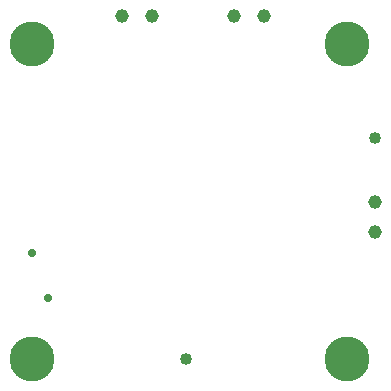
<source format=gbr>
G04 Layer_Color=0*
%FSLAX26Y26*%
%MOIN*%
%TF.FileFunction,Plated,1,2,PTH,Drill*%
%TF.Part,Single*%
G01*
G75*
%TA.AperFunction,ComponentDrill*%
%ADD41C,0.040000*%
%ADD42C,0.150000*%
%ADD43C,0.045276*%
%ADD44C,0.045276*%
%TA.AperFunction,ViaDrill,NotFilled*%
%ADD45C,0.028000*%
D41*
X740000Y225000D02*
D03*
X1370000Y962320D02*
D03*
D42*
X225000Y1275000D02*
D03*
X1275000D02*
D03*
X225000Y225000D02*
D03*
X1275000D02*
D03*
D43*
X900000Y1370000D02*
D03*
X1000000D02*
D03*
X525000D02*
D03*
X625000D02*
D03*
D44*
X1370000Y750000D02*
D03*
Y650000D02*
D03*
D45*
X225071Y578000D02*
D03*
X278000Y429000D02*
D03*
%TF.MD5,19ad39b0054473fbe7a733c28e41ddd3*%
M02*

</source>
